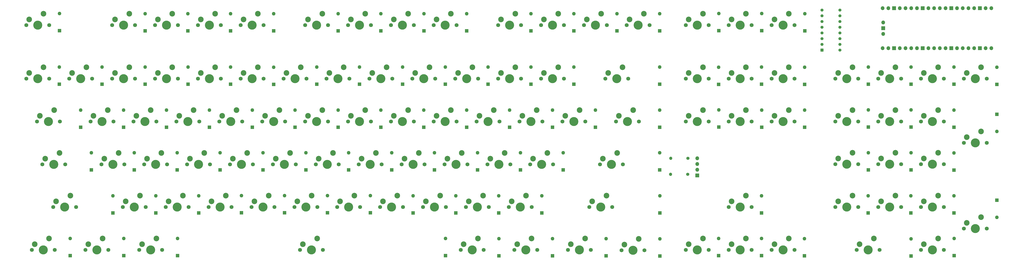
<source format=gbr>
%TF.GenerationSoftware,KiCad,Pcbnew,8.0.5*%
%TF.CreationDate,2025-05-24T13:04:27-04:00*%
%TF.ProjectId,Keyboard-Saturn,4b657962-6f61-4726-942d-53617475726e,rev?*%
%TF.SameCoordinates,Original*%
%TF.FileFunction,Soldermask,Bot*%
%TF.FilePolarity,Negative*%
%FSLAX46Y46*%
G04 Gerber Fmt 4.6, Leading zero omitted, Abs format (unit mm)*
G04 Created by KiCad (PCBNEW 8.0.5) date 2025-05-24 13:04:27*
%MOMM*%
%LPD*%
G01*
G04 APERTURE LIST*
G04 Aperture macros list*
%AMRoundRect*
0 Rectangle with rounded corners*
0 $1 Rounding radius*
0 $2 $3 $4 $5 $6 $7 $8 $9 X,Y pos of 4 corners*
0 Add a 4 corners polygon primitive as box body*
4,1,4,$2,$3,$4,$5,$6,$7,$8,$9,$2,$3,0*
0 Add four circle primitives for the rounded corners*
1,1,$1+$1,$2,$3*
1,1,$1+$1,$4,$5*
1,1,$1+$1,$6,$7*
1,1,$1+$1,$8,$9*
0 Add four rect primitives between the rounded corners*
20,1,$1+$1,$2,$3,$4,$5,0*
20,1,$1+$1,$4,$5,$6,$7,0*
20,1,$1+$1,$6,$7,$8,$9,0*
20,1,$1+$1,$8,$9,$2,$3,0*%
G04 Aperture macros list end*
%ADD10R,1.600000X1.600000*%
%ADD11O,1.600000X1.600000*%
%ADD12C,1.750000*%
%ADD13C,4.000000*%
%ADD14C,2.500000*%
%ADD15R,1.700000X1.700000*%
%ADD16O,1.700000X1.700000*%
%ADD17C,1.400000*%
%ADD18O,1.400000X1.400000*%
%ADD19RoundRect,0.102000X-0.565000X-0.565000X0.565000X-0.565000X0.565000X0.565000X-0.565000X0.565000X0*%
%ADD20C,1.334000*%
G04 APERTURE END LIST*
D10*
%TO.C,D3*%
X97500000Y-59660000D03*
D11*
X97500000Y-52040000D03*
%TD*%
D12*
%TO.C,SW14*%
X25800000Y-80920000D03*
D13*
X30880000Y-80920000D03*
D12*
X35960000Y-80920000D03*
D14*
X27070000Y-78380000D03*
X33420000Y-75840000D03*
%TD*%
D10*
%TO.C,D30*%
X88000000Y-102500000D03*
D11*
X88000000Y-94880000D03*
%TD*%
D10*
%TO.C,D37*%
X221300000Y-102500000D03*
D11*
X221300000Y-94880000D03*
%TD*%
D12*
%TO.C,SW32*%
X111480000Y-99960000D03*
D13*
X116560000Y-99960000D03*
D12*
X121640000Y-99960000D03*
D14*
X112750000Y-97420000D03*
X119100000Y-94880000D03*
%TD*%
D12*
%TO.C,SW0*%
X337640000Y-99955000D03*
D13*
X342720000Y-99955000D03*
D12*
X347800000Y-99955000D03*
D14*
X338910000Y-97415000D03*
X345260000Y-94875000D03*
%TD*%
D10*
%TO.C,D1*%
X40500000Y-59620000D03*
D11*
X40500000Y-52000000D03*
%TD*%
D10*
%TO.C,D5*%
X135600000Y-59660000D03*
D11*
X135600000Y-52040000D03*
%TD*%
D10*
%TO.C,D76*%
X333150000Y-83470000D03*
D11*
X333150000Y-75850000D03*
%TD*%
D10*
%TO.C,D7*%
X183200000Y-59660000D03*
D11*
X183200000Y-52040000D03*
%TD*%
D10*
%TO.C,D50*%
X207000000Y-121500000D03*
D11*
X207000000Y-113880000D03*
%TD*%
D10*
%TO.C,D83*%
X371325000Y-102525000D03*
D11*
X371325000Y-94905000D03*
%TD*%
D12*
%TO.C,SW74*%
X290040000Y-157190000D03*
D13*
X295120000Y-157190000D03*
D12*
X300200000Y-157190000D03*
D14*
X291310000Y-154650000D03*
X297660000Y-152110000D03*
%TD*%
D12*
%TO.C,SW63*%
X201920000Y-138040000D03*
D13*
X207000000Y-138040000D03*
D12*
X212080000Y-138040000D03*
D14*
X203190000Y-135500000D03*
X209540000Y-132960000D03*
%TD*%
D10*
%TO.C,D98*%
X437625000Y-121550000D03*
D11*
X437625000Y-113930000D03*
%TD*%
D10*
%TO.C,D60*%
X159450000Y-140550000D03*
D11*
X159450000Y-132930000D03*
%TD*%
D10*
%TO.C,D104*%
X437600000Y-140600000D03*
D11*
X437600000Y-132980000D03*
%TD*%
D12*
%TO.C,SW46*%
X116240000Y-119000000D03*
D13*
X121320000Y-119000000D03*
D12*
X126400000Y-119000000D03*
D14*
X117510000Y-116460000D03*
X123860000Y-113920000D03*
%TD*%
D10*
%TO.C,D63*%
X216500000Y-140600000D03*
D11*
X216500000Y-132980000D03*
%TD*%
D12*
%TO.C,SW43*%
X59120000Y-119000000D03*
D13*
X64200000Y-119000000D03*
D12*
X69280000Y-119000000D03*
D14*
X60390000Y-116460000D03*
X66740000Y-113920000D03*
%TD*%
D10*
%TO.C,D25*%
X249800000Y-83400000D03*
D11*
X249800000Y-75780000D03*
%TD*%
D10*
%TO.C,D86*%
X352200000Y-140600000D03*
D11*
X352200000Y-132980000D03*
%TD*%
D12*
%TO.C,SW7*%
X168600000Y-57120000D03*
D13*
X173680000Y-57120000D03*
D12*
X178760000Y-57120000D03*
D14*
X169870000Y-54580000D03*
X176220000Y-52040000D03*
%TD*%
D10*
%TO.C,D28*%
X49900000Y-102500000D03*
D11*
X49900000Y-94880000D03*
%TD*%
D10*
%TO.C,D33*%
X145100000Y-102500000D03*
D11*
X145100000Y-94880000D03*
%TD*%
D12*
%TO.C,SW82*%
X356680000Y-80915000D03*
D13*
X361760000Y-80915000D03*
D12*
X366840000Y-80915000D03*
D14*
X357950000Y-78375000D03*
X364300000Y-75835000D03*
%TD*%
D10*
%TO.C,D4*%
X116500000Y-59660000D03*
D11*
X116500000Y-52040000D03*
%TD*%
D12*
%TO.C,SW64*%
X220960000Y-138040000D03*
D13*
X226040000Y-138040000D03*
D12*
X231120000Y-138040000D03*
D14*
X222230000Y-135500000D03*
X228580000Y-132960000D03*
%TD*%
D12*
%TO.C,SW78*%
X337640000Y-57115000D03*
D13*
X342720000Y-57115000D03*
D12*
X347800000Y-57115000D03*
D14*
X338910000Y-54575000D03*
X345260000Y-52035000D03*
%TD*%
D12*
%TO.C,SW84*%
X384920000Y-80915000D03*
D13*
X390000000Y-80915000D03*
D12*
X395080000Y-80915000D03*
D14*
X386190000Y-78375000D03*
X392540000Y-75835000D03*
%TD*%
D12*
%TO.C,SW97*%
X423000000Y-99955000D03*
D13*
X428080000Y-99955000D03*
D12*
X433160000Y-99955000D03*
D14*
X424270000Y-97415000D03*
X430620000Y-94875000D03*
%TD*%
D10*
%TO.C,D78*%
X352250000Y-59645000D03*
D11*
X352250000Y-52025000D03*
%TD*%
D12*
%TO.C,SW8*%
X187640000Y-57120000D03*
D13*
X192720000Y-57120000D03*
D12*
X197800000Y-57120000D03*
D14*
X188910000Y-54580000D03*
X195260000Y-52040000D03*
%TD*%
D10*
%TO.C,D90*%
X399575000Y-121525000D03*
D11*
X399575000Y-113905000D03*
%TD*%
D12*
%TO.C,SW59*%
X125760000Y-138040000D03*
D13*
X130840000Y-138040000D03*
D12*
X135920000Y-138040000D03*
D14*
X127030000Y-135500000D03*
X133380000Y-132960000D03*
%TD*%
D10*
%TO.C,D34*%
X164200000Y-102500000D03*
D11*
X164200000Y-94880000D03*
%TD*%
D12*
%TO.C,SW56*%
X68640000Y-138040000D03*
D13*
X73720000Y-138040000D03*
D12*
X78800000Y-138040000D03*
D14*
X69910000Y-135500000D03*
X76260000Y-132960000D03*
%TD*%
D10*
%TO.C,D44*%
X92800000Y-121510000D03*
D11*
X92800000Y-113890000D03*
%TD*%
D10*
%TO.C,D67*%
X45300000Y-159635000D03*
D11*
X45300000Y-152015000D03*
%TD*%
D10*
%TO.C,D71*%
X235625000Y-159650000D03*
D11*
X235625000Y-152030000D03*
%TD*%
D10*
%TO.C,D85*%
X333175000Y-159600000D03*
D11*
X333175000Y-151980000D03*
%TD*%
D12*
%TO.C,SW93*%
X403960000Y-99955000D03*
D13*
X409040000Y-99955000D03*
D12*
X414120000Y-99955000D03*
D14*
X405230000Y-97415000D03*
X411580000Y-94875000D03*
%TD*%
D12*
%TO.C,SW52*%
X230480000Y-119000000D03*
D13*
X235560000Y-119000000D03*
D12*
X240640000Y-119000000D03*
D14*
X231750000Y-116460000D03*
X238100000Y-113920000D03*
%TD*%
D10*
%TO.C,D19*%
X135600000Y-83500000D03*
D11*
X135600000Y-75880000D03*
%TD*%
D10*
%TO.C,D9*%
X221300000Y-59660000D03*
D11*
X221300000Y-52040000D03*
%TD*%
D10*
%TO.C,D70*%
X211875000Y-159600000D03*
D11*
X211875000Y-151980000D03*
%TD*%
D12*
%TO.C,SW75*%
X318600000Y-57115000D03*
D13*
X323680000Y-57115000D03*
D12*
X328760000Y-57115000D03*
D14*
X319870000Y-54575000D03*
X326220000Y-52035000D03*
%TD*%
D12*
%TO.C,SW12*%
X273320000Y-57120000D03*
D13*
X278400000Y-57120000D03*
D12*
X283480000Y-57120000D03*
D14*
X274590000Y-54580000D03*
X280940000Y-52040000D03*
%TD*%
D10*
%TO.C,D53*%
X264100000Y-121500000D03*
D11*
X264100000Y-113880000D03*
%TD*%
D10*
%TO.C,D18*%
X116500000Y-83400000D03*
D11*
X116500000Y-75780000D03*
%TD*%
D15*
%TO.C,J1*%
X323680000Y-123975000D03*
D16*
X323680000Y-121435000D03*
X323680000Y-118895000D03*
X323680000Y-116355000D03*
%TD*%
D12*
%TO.C,SW10*%
X235240000Y-57120000D03*
D13*
X240320000Y-57120000D03*
D12*
X245400000Y-57120000D03*
D14*
X236510000Y-54580000D03*
X242860000Y-52040000D03*
%TD*%
D12*
%TO.C,SW37*%
X206680000Y-99960000D03*
D13*
X211760000Y-99960000D03*
D12*
X216840000Y-99960000D03*
D14*
X207950000Y-97420000D03*
X214300000Y-94880000D03*
%TD*%
D10*
%TO.C,D47*%
X149900000Y-121500000D03*
D11*
X149900000Y-113880000D03*
%TD*%
D12*
%TO.C,SW36*%
X187640000Y-99960000D03*
D13*
X192720000Y-99960000D03*
D12*
X197800000Y-99960000D03*
D14*
X188910000Y-97420000D03*
X195260000Y-94880000D03*
%TD*%
D12*
%TO.C,SW30*%
X73400000Y-99960000D03*
D13*
X78480000Y-99960000D03*
D12*
X83560000Y-99960000D03*
D14*
X74670000Y-97420000D03*
X81020000Y-94880000D03*
%TD*%
D12*
%TO.C,SW51*%
X211440000Y-119000000D03*
D13*
X216520000Y-119000000D03*
D12*
X221600000Y-119000000D03*
D14*
X212710000Y-116460000D03*
X219060000Y-113920000D03*
%TD*%
D10*
%TO.C,D52*%
X245200000Y-121500000D03*
D11*
X245200000Y-113880000D03*
%TD*%
D10*
%TO.C,D8*%
X202300000Y-59660000D03*
D11*
X202300000Y-52040000D03*
%TD*%
D12*
%TO.C,SW83*%
X356680000Y-99955000D03*
D13*
X361760000Y-99955000D03*
D12*
X366840000Y-99955000D03*
D14*
X357950000Y-97415000D03*
X364300000Y-94875000D03*
%TD*%
D12*
%TO.C,SW15*%
X44840000Y-80920000D03*
D13*
X49920000Y-80920000D03*
D12*
X55000000Y-80920000D03*
D14*
X46110000Y-78380000D03*
X52460000Y-75840000D03*
%TD*%
D12*
%TO.C,SW76*%
X318600000Y-80915000D03*
D13*
X323680000Y-80915000D03*
D12*
X328760000Y-80915000D03*
D14*
X319870000Y-78375000D03*
X326220000Y-75835000D03*
%TD*%
D10*
%TO.C,D2*%
X78500000Y-59670000D03*
D11*
X78500000Y-52050000D03*
%TD*%
D12*
%TO.C,SW35*%
X168600000Y-99960000D03*
D13*
X173680000Y-99960000D03*
D12*
X178760000Y-99960000D03*
D14*
X169870000Y-97420000D03*
X176220000Y-94880000D03*
%TD*%
D10*
%TO.C,D72*%
X259400000Y-159650000D03*
D11*
X259400000Y-152030000D03*
%TD*%
D12*
%TO.C,SW100*%
X442040000Y-80915000D03*
D13*
X447120000Y-80915000D03*
D12*
X452200000Y-80915000D03*
D14*
X443310000Y-78375000D03*
X449660000Y-75835000D03*
%TD*%
D10*
%TO.C,D73*%
X283200000Y-159650000D03*
D11*
X283200000Y-152030000D03*
%TD*%
D12*
%TO.C,SW1*%
X25800000Y-57120000D03*
D13*
X30880000Y-57120000D03*
D12*
X35960000Y-57120000D03*
D14*
X27070000Y-54580000D03*
X33420000Y-52040000D03*
%TD*%
D10*
%TO.C,D24*%
X230800000Y-83400000D03*
D11*
X230800000Y-75780000D03*
%TD*%
D10*
%TO.C,D13*%
X307000000Y-59660000D03*
D11*
X307000000Y-52040000D03*
%TD*%
D12*
%TO.C,SW42*%
X32940000Y-119005000D03*
D13*
X38020000Y-119005000D03*
D12*
X43100000Y-119005000D03*
D14*
X34210000Y-116465000D03*
X40560000Y-113925000D03*
%TD*%
D12*
%TO.C,SW72*%
X242440000Y-157080000D03*
D13*
X247520000Y-157080000D03*
D12*
X252600000Y-157080000D03*
D14*
X243710000Y-154540000D03*
X250060000Y-152000000D03*
%TD*%
D12*
%TO.C,SW81*%
X356680000Y-57115000D03*
D13*
X361760000Y-57115000D03*
D12*
X366840000Y-57115000D03*
D14*
X357950000Y-54575000D03*
X364300000Y-52035000D03*
%TD*%
D12*
%TO.C,SW34*%
X149560000Y-99960000D03*
D13*
X154640000Y-99960000D03*
D12*
X159720000Y-99960000D03*
D14*
X150830000Y-97420000D03*
X157180000Y-94880000D03*
%TD*%
D17*
%TO.C,R4*%
X319500000Y-116350000D03*
D18*
X311880000Y-116350000D03*
%TD*%
D12*
%TO.C,SW17*%
X82920000Y-80920000D03*
D13*
X88000000Y-80920000D03*
D12*
X93080000Y-80920000D03*
D14*
X84190000Y-78380000D03*
X90540000Y-75840000D03*
%TD*%
D12*
%TO.C,SW95*%
X442040000Y-147555000D03*
D13*
X447120000Y-147555000D03*
D12*
X452200000Y-147555000D03*
D14*
X443310000Y-145015000D03*
X449660000Y-142475000D03*
%TD*%
D10*
%TO.C,D14*%
X40400000Y-83410000D03*
D11*
X40400000Y-75790000D03*
%TD*%
D10*
%TO.C,D31*%
X107100000Y-102500000D03*
D11*
X107100000Y-94880000D03*
%TD*%
D12*
%TO.C,SW65*%
X240000000Y-138040000D03*
D13*
X245080000Y-138040000D03*
D12*
X250160000Y-138040000D03*
D14*
X241270000Y-135500000D03*
X247620000Y-132960000D03*
%TD*%
D12*
%TO.C,SW53*%
X249520000Y-119000000D03*
D13*
X254600000Y-119000000D03*
D12*
X259680000Y-119000000D03*
D14*
X250790000Y-116460000D03*
X257140000Y-113920000D03*
%TD*%
D12*
%TO.C,SW28*%
X30560000Y-99960000D03*
D13*
X35640000Y-99960000D03*
D12*
X40720000Y-99960000D03*
D14*
X31830000Y-97420000D03*
X38180000Y-94880000D03*
%TD*%
D12*
%TO.C,SW44*%
X78160000Y-119000000D03*
D13*
X83240000Y-119000000D03*
D12*
X88320000Y-119000000D03*
D14*
X79430000Y-116460000D03*
X85780000Y-113920000D03*
%TD*%
D10*
%TO.C,D84*%
X399575000Y-83425000D03*
D11*
X399575000Y-75805000D03*
%TD*%
D12*
%TO.C,SW67*%
X28240000Y-157080000D03*
D13*
X33320000Y-157080000D03*
D12*
X38400000Y-157080000D03*
D14*
X29510000Y-154540000D03*
X35860000Y-152000000D03*
%TD*%
D10*
%TO.C,D102*%
X456650000Y-96775000D03*
D11*
X456650000Y-104395000D03*
%TD*%
D10*
%TO.C,D93*%
X418550000Y-102475000D03*
D11*
X418550000Y-94855000D03*
%TD*%
D12*
%TO.C,SW68*%
X52040000Y-157080000D03*
D13*
X57120000Y-157080000D03*
D12*
X62200000Y-157080000D03*
D14*
X53310000Y-154540000D03*
X59660000Y-152000000D03*
%TD*%
D10*
%TO.C,D35*%
X183200000Y-102500000D03*
D11*
X183200000Y-94880000D03*
%TD*%
D12*
%TO.C,SW25*%
X235240000Y-80920000D03*
D13*
X240320000Y-80920000D03*
D12*
X245400000Y-80920000D03*
D14*
X236510000Y-78380000D03*
X242860000Y-75840000D03*
%TD*%
D10*
%TO.C,D40*%
X278400000Y-102500000D03*
D11*
X278400000Y-94880000D03*
%TD*%
D10*
%TO.C,D103*%
X418500000Y-140625000D03*
D11*
X418500000Y-133005000D03*
%TD*%
D10*
%TO.C,D95*%
X456700000Y-134925000D03*
D11*
X456700000Y-142545000D03*
%TD*%
D12*
%TO.C,SW62*%
X182880000Y-138040000D03*
D13*
X187960000Y-138040000D03*
D12*
X193040000Y-138040000D03*
D14*
X184150000Y-135500000D03*
X190500000Y-132960000D03*
%TD*%
D17*
%TO.C,R3*%
X319400000Y-123425000D03*
D18*
X311780000Y-123425000D03*
%TD*%
D12*
%TO.C,SW38*%
X225720000Y-99960000D03*
D13*
X230800000Y-99960000D03*
D12*
X235880000Y-99960000D03*
D14*
X226990000Y-97420000D03*
X233340000Y-94880000D03*
%TD*%
D10*
%TO.C,D42*%
X54700000Y-121510000D03*
D11*
X54700000Y-113890000D03*
%TD*%
D12*
%TO.C,SW58*%
X106720000Y-138040000D03*
D13*
X111800000Y-138040000D03*
D12*
X116880000Y-138040000D03*
D14*
X107990000Y-135500000D03*
X114340000Y-132960000D03*
%TD*%
D12*
%TO.C,SW13*%
X292360000Y-57120000D03*
D13*
X297440000Y-57120000D03*
D12*
X302520000Y-57120000D03*
D14*
X293630000Y-54580000D03*
X299980000Y-52040000D03*
%TD*%
D10*
%TO.C,D68*%
X69100000Y-159635000D03*
D11*
X69100000Y-152015000D03*
%TD*%
D10*
%TO.C,D48*%
X168900000Y-121500000D03*
D11*
X168900000Y-113880000D03*
%TD*%
D12*
%TO.C,SW23*%
X197160000Y-80920000D03*
D13*
X202240000Y-80920000D03*
D12*
X207320000Y-80920000D03*
D14*
X198430000Y-78380000D03*
X204780000Y-75840000D03*
%TD*%
D12*
%TO.C,SW22*%
X178120000Y-80920000D03*
D13*
X183200000Y-80920000D03*
D12*
X188280000Y-80920000D03*
D14*
X179390000Y-78380000D03*
X185740000Y-75840000D03*
%TD*%
D12*
%TO.C,SW88*%
X384920000Y-99955000D03*
D13*
X390000000Y-99955000D03*
D12*
X395080000Y-99955000D03*
D14*
X386190000Y-97415000D03*
X392540000Y-94875000D03*
%TD*%
D12*
%TO.C,SW20*%
X140040000Y-80920000D03*
D13*
X145120000Y-80920000D03*
D12*
X150200000Y-80920000D03*
D14*
X141310000Y-78380000D03*
X147660000Y-75840000D03*
%TD*%
D12*
%TO.C,SW18*%
X101960000Y-80920000D03*
D13*
X107040000Y-80920000D03*
D12*
X112120000Y-80920000D03*
D14*
X103230000Y-78380000D03*
X109580000Y-75840000D03*
%TD*%
D12*
%TO.C,SW33*%
X130520000Y-99960000D03*
D13*
X135600000Y-99960000D03*
D12*
X140680000Y-99960000D03*
D14*
X131790000Y-97420000D03*
X138140000Y-94880000D03*
%TD*%
D12*
%TO.C,SW6*%
X149560000Y-57120000D03*
D13*
X154640000Y-57120000D03*
D12*
X159720000Y-57120000D03*
D14*
X150830000Y-54580000D03*
X157180000Y-52040000D03*
%TD*%
D10*
%TO.C,D54*%
X307000000Y-121500000D03*
D11*
X307000000Y-113880000D03*
%TD*%
D12*
%TO.C,SW91*%
X394440000Y-157075000D03*
D13*
X399520000Y-157075000D03*
D12*
X404600000Y-157075000D03*
D14*
X395710000Y-154535000D03*
X402060000Y-151995000D03*
%TD*%
D12*
%TO.C,SW85*%
X318600000Y-157075000D03*
D13*
X323680000Y-157075000D03*
D12*
X328760000Y-157075000D03*
D14*
X319870000Y-154535000D03*
X326220000Y-151995000D03*
%TD*%
D10*
%TO.C,D21*%
X173700000Y-83400000D03*
D11*
X173700000Y-75780000D03*
%TD*%
D10*
%TO.C,D58*%
X121300000Y-140550000D03*
D11*
X121300000Y-132930000D03*
%TD*%
D10*
%TO.C,D101*%
X399525000Y-140600000D03*
D11*
X399525000Y-132980000D03*
%TD*%
D12*
%TO.C,SW24*%
X216200000Y-80920000D03*
D13*
X221280000Y-80920000D03*
D12*
X226360000Y-80920000D03*
D14*
X217470000Y-78380000D03*
X223820000Y-75840000D03*
%TD*%
D10*
%TO.C,D10*%
X249800000Y-59660000D03*
D11*
X249800000Y-52040000D03*
%TD*%
D10*
%TO.C,D36*%
X202200000Y-102500000D03*
D11*
X202200000Y-94880000D03*
%TD*%
D10*
%TO.C,D6*%
X164200000Y-59660000D03*
D11*
X164200000Y-52040000D03*
%TD*%
D10*
%TO.C,D32*%
X126100000Y-102500000D03*
D11*
X126100000Y-94880000D03*
%TD*%
D12*
%TO.C,SW40*%
X263800000Y-99960000D03*
D13*
X268880000Y-99960000D03*
D12*
X273960000Y-99960000D03*
D14*
X265070000Y-97420000D03*
X271420000Y-94880000D03*
%TD*%
D12*
%TO.C,SW31*%
X92440000Y-99960000D03*
D13*
X97520000Y-99960000D03*
D12*
X102600000Y-99960000D03*
D14*
X93710000Y-97420000D03*
X100060000Y-94880000D03*
%TD*%
D10*
%TO.C,D97*%
X437575000Y-102525000D03*
D11*
X437575000Y-94905000D03*
%TD*%
D12*
%TO.C,SW39*%
X244760000Y-99960000D03*
D13*
X249840000Y-99960000D03*
D12*
X254920000Y-99960000D03*
D14*
X246030000Y-97420000D03*
X252380000Y-94880000D03*
%TD*%
D10*
%TO.C,D100*%
X456625000Y-83460000D03*
D11*
X456625000Y-75840000D03*
%TD*%
D12*
%TO.C,SW92*%
X403960000Y-80915000D03*
D13*
X409040000Y-80915000D03*
D12*
X414120000Y-80915000D03*
D14*
X405230000Y-78375000D03*
X411580000Y-75835000D03*
%TD*%
D10*
%TO.C,D29*%
X69000000Y-102500000D03*
D11*
X69000000Y-94880000D03*
%TD*%
D10*
%TO.C,D22*%
X192800000Y-83410000D03*
D11*
X192800000Y-75790000D03*
%TD*%
D12*
%TO.C,SW103*%
X403960000Y-138035000D03*
D13*
X409040000Y-138035000D03*
D12*
X414120000Y-138035000D03*
D14*
X405230000Y-135495000D03*
X411580000Y-132955000D03*
%TD*%
D12*
%TO.C,SW9*%
X206680000Y-57120000D03*
D13*
X211760000Y-57120000D03*
D12*
X216840000Y-57120000D03*
D14*
X207950000Y-54580000D03*
X214300000Y-52040000D03*
%TD*%
D12*
%TO.C,SW73*%
X266255000Y-157090000D03*
D13*
X271335000Y-157090000D03*
D12*
X276415000Y-157090000D03*
D14*
X267525000Y-154550000D03*
X273875000Y-152010000D03*
%TD*%
D10*
%TO.C,D12*%
X288000000Y-59660000D03*
D11*
X288000000Y-52040000D03*
%TD*%
D10*
%TO.C,D27*%
X306950000Y-83435000D03*
D11*
X306950000Y-75815000D03*
%TD*%
D10*
%TO.C,D38*%
X240300000Y-102500000D03*
D11*
X240300000Y-94880000D03*
%TD*%
D10*
%TO.C,D89*%
X371225000Y-159650000D03*
D11*
X371225000Y-152030000D03*
%TD*%
D10*
%TO.C,D57*%
X102350000Y-140600000D03*
D11*
X102350000Y-132980000D03*
%TD*%
D12*
%TO.C,SW87*%
X337640000Y-157075000D03*
D13*
X342720000Y-157075000D03*
D12*
X347800000Y-157075000D03*
D14*
X338910000Y-154535000D03*
X345260000Y-151995000D03*
%TD*%
D10*
%TO.C,D79*%
X352200000Y-83420000D03*
D11*
X352200000Y-75800000D03*
%TD*%
D12*
%TO.C,SW86*%
X337640000Y-138035000D03*
D13*
X342720000Y-138035000D03*
D12*
X347800000Y-138035000D03*
D14*
X338910000Y-135495000D03*
X345260000Y-132955000D03*
%TD*%
D10*
%TO.C,D81*%
X371375000Y-59665000D03*
D11*
X371375000Y-52045000D03*
%TD*%
D10*
%TO.C,D45*%
X111800000Y-121510000D03*
D11*
X111800000Y-113890000D03*
%TD*%
D12*
%TO.C,SW26*%
X254280000Y-80920000D03*
D13*
X259360000Y-80920000D03*
D12*
X264440000Y-80920000D03*
D14*
X255550000Y-78380000D03*
X261900000Y-75840000D03*
%TD*%
D12*
%TO.C,SW61*%
X163840000Y-138040000D03*
D13*
X168920000Y-138040000D03*
D12*
X174000000Y-138040000D03*
D14*
X165110000Y-135500000D03*
X171460000Y-132960000D03*
%TD*%
D10*
%TO.C,D43*%
X73700000Y-121510000D03*
D11*
X73700000Y-113890000D03*
%TD*%
D10*
%TO.C,D46*%
X130900000Y-121510000D03*
D11*
X130900000Y-113890000D03*
%TD*%
D12*
%TO.C,SW96*%
X423000000Y-80915000D03*
D13*
X428080000Y-80915000D03*
D12*
X433160000Y-80915000D03*
D14*
X424270000Y-78375000D03*
X430620000Y-75835000D03*
%TD*%
D12*
%TO.C,SW47*%
X135280000Y-119000000D03*
D13*
X140360000Y-119000000D03*
D12*
X145440000Y-119000000D03*
D14*
X136550000Y-116460000D03*
X142900000Y-113920000D03*
%TD*%
D12*
%TO.C,SW21*%
X159080000Y-80920000D03*
D13*
X164160000Y-80920000D03*
D12*
X169240000Y-80920000D03*
D14*
X160350000Y-78380000D03*
X166700000Y-75840000D03*
%TD*%
D10*
%TO.C,D17*%
X97600000Y-83400000D03*
D11*
X97600000Y-75780000D03*
%TD*%
D12*
%TO.C,SW102*%
X442040000Y-109475000D03*
D13*
X447120000Y-109475000D03*
D12*
X452200000Y-109475000D03*
D14*
X443310000Y-106935000D03*
X449660000Y-104395000D03*
%TD*%
D12*
%TO.C,SW99*%
X423000000Y-157075000D03*
D13*
X428080000Y-157075000D03*
D12*
X433160000Y-157075000D03*
D14*
X424270000Y-154535000D03*
X430620000Y-151995000D03*
%TD*%
D10*
%TO.C,D88*%
X399575000Y-102475000D03*
D11*
X399575000Y-94855000D03*
%TD*%
D12*
%TO.C,SW11*%
X254280000Y-57120000D03*
D13*
X259360000Y-57120000D03*
D12*
X264440000Y-57120000D03*
D14*
X255550000Y-54580000D03*
X261900000Y-52040000D03*
%TD*%
D10*
%TO.C,D75*%
X333250000Y-59615000D03*
D11*
X333250000Y-51995000D03*
%TD*%
D12*
%TO.C,SW48*%
X154320000Y-119000000D03*
D13*
X159400000Y-119000000D03*
D12*
X164480000Y-119000000D03*
D14*
X155590000Y-116460000D03*
X161940000Y-113920000D03*
%TD*%
D10*
%TO.C,D15*%
X59400000Y-83400000D03*
D11*
X59400000Y-75780000D03*
%TD*%
D12*
%TO.C,SW71*%
X218640000Y-157080000D03*
D13*
X223720000Y-157080000D03*
D12*
X228800000Y-157080000D03*
D14*
X219910000Y-154540000D03*
X226260000Y-152000000D03*
%TD*%
D12*
%TO.C,SW27*%
X282840000Y-80920000D03*
D13*
X287920000Y-80920000D03*
D12*
X293000000Y-80920000D03*
D14*
X284110000Y-78380000D03*
X290460000Y-75840000D03*
%TD*%
D10*
%TO.C,D59*%
X140400000Y-140550000D03*
D11*
X140400000Y-132930000D03*
%TD*%
D12*
%TO.C,SW16*%
X63880000Y-80920000D03*
D13*
X68960000Y-80920000D03*
D12*
X74040000Y-80920000D03*
D14*
X65150000Y-78380000D03*
X71500000Y-75840000D03*
%TD*%
D10*
%TO.C,D20*%
X154700000Y-83410000D03*
D11*
X154700000Y-75790000D03*
%TD*%
D10*
%TO.C,D26*%
X268900000Y-83400000D03*
D11*
X268900000Y-75780000D03*
%TD*%
D12*
%TO.C,SW2*%
X63880000Y-57120000D03*
D13*
X68960000Y-57120000D03*
D12*
X74040000Y-57120000D03*
D14*
X65150000Y-54580000D03*
X71500000Y-52040000D03*
%TD*%
D10*
%TO.C,D77*%
X333200000Y-102470000D03*
D11*
X333200000Y-94850000D03*
%TD*%
D12*
%TO.C,SW57*%
X87680000Y-138040000D03*
D13*
X92760000Y-138040000D03*
D12*
X97840000Y-138040000D03*
D14*
X88950000Y-135500000D03*
X95300000Y-132960000D03*
%TD*%
D10*
%TO.C,D49*%
X188000000Y-121500000D03*
D11*
X188000000Y-113880000D03*
%TD*%
D12*
%TO.C,SW45*%
X97200000Y-119000000D03*
D13*
X102280000Y-119000000D03*
D12*
X107360000Y-119000000D03*
D14*
X98470000Y-116460000D03*
X104820000Y-113920000D03*
%TD*%
D10*
%TO.C,D80*%
X352275000Y-102525000D03*
D11*
X352275000Y-94905000D03*
%TD*%
D12*
%TO.C,SW60*%
X144800000Y-138040000D03*
D13*
X149880000Y-138040000D03*
D12*
X154960000Y-138040000D03*
D14*
X146070000Y-135500000D03*
X152420000Y-132960000D03*
%TD*%
D10*
%TO.C,D91*%
X418600000Y-159725000D03*
D11*
X418600000Y-152105000D03*
%TD*%
D10*
%TO.C,D61*%
X178500000Y-140550000D03*
D11*
X178500000Y-132930000D03*
%TD*%
D10*
%TO.C,D99*%
X437675000Y-159625000D03*
D11*
X437675000Y-152005000D03*
%TD*%
D12*
%TO.C,SW90*%
X384920000Y-118995000D03*
D13*
X390000000Y-118995000D03*
D12*
X395080000Y-118995000D03*
D14*
X386190000Y-116455000D03*
X392540000Y-113915000D03*
%TD*%
D12*
%TO.C,SW50*%
X192400000Y-119000000D03*
D13*
X197480000Y-119000000D03*
D12*
X202560000Y-119000000D03*
D14*
X193670000Y-116460000D03*
X200020000Y-113920000D03*
%TD*%
D10*
%TO.C,D66*%
X307050000Y-140600000D03*
D11*
X307050000Y-132980000D03*
%TD*%
D12*
%TO.C,SW55*%
X37690000Y-138040000D03*
D13*
X42770000Y-138040000D03*
D12*
X47850000Y-138040000D03*
D14*
X38960000Y-135500000D03*
X45310000Y-132960000D03*
%TD*%
D10*
%TO.C,D69*%
X92900000Y-159575000D03*
D11*
X92900000Y-151955000D03*
%TD*%
D12*
%TO.C,SW89*%
X356680000Y-157075000D03*
D13*
X361760000Y-157075000D03*
D12*
X366840000Y-157075000D03*
D14*
X357950000Y-154535000D03*
X364300000Y-151995000D03*
%TD*%
D12*
%TO.C,SW101*%
X384920000Y-138035000D03*
D13*
X390000000Y-138035000D03*
D12*
X395080000Y-138035000D03*
D14*
X386190000Y-135495000D03*
X392540000Y-132955000D03*
%TD*%
D10*
%TO.C,D65*%
X254650000Y-140600000D03*
D11*
X254650000Y-132980000D03*
%TD*%
D12*
%TO.C,SW77*%
X318600000Y-99955000D03*
D13*
X323680000Y-99955000D03*
D12*
X328760000Y-99955000D03*
D14*
X319870000Y-97415000D03*
X326220000Y-94875000D03*
%TD*%
D12*
%TO.C,SW70*%
X147325000Y-157075000D03*
D13*
X152405000Y-157075000D03*
D12*
X157485000Y-157075000D03*
D14*
X148595000Y-154535000D03*
X154945000Y-151995000D03*
%TD*%
D12*
%TO.C,F2*%
X82920000Y-57120000D03*
D13*
X88000000Y-57120000D03*
D12*
X93080000Y-57120000D03*
D14*
X84190000Y-54580000D03*
X90540000Y-52040000D03*
%TD*%
D12*
%TO.C,SW4*%
X101960000Y-57120000D03*
D13*
X107040000Y-57120000D03*
D12*
X112120000Y-57120000D03*
D14*
X103230000Y-54580000D03*
X109580000Y-52040000D03*
%TD*%
D12*
%TO.C,SW41*%
X287600000Y-99960000D03*
D13*
X292680000Y-99960000D03*
D12*
X297760000Y-99960000D03*
D14*
X288870000Y-97420000D03*
X295220000Y-94880000D03*
%TD*%
D12*
%TO.C,SW79*%
X337640000Y-80915000D03*
D13*
X342720000Y-80915000D03*
D12*
X347800000Y-80915000D03*
D14*
X338910000Y-78375000D03*
X345260000Y-75835000D03*
%TD*%
D10*
%TO.C,D64*%
X235550000Y-140600000D03*
D11*
X235550000Y-132980000D03*
%TD*%
D10*
%TO.C,D23*%
X211800000Y-83410000D03*
D11*
X211800000Y-75790000D03*
%TD*%
D10*
%TO.C,D56*%
X83250000Y-140600000D03*
D11*
X83250000Y-132980000D03*
%TD*%
D10*
%TO.C,D51*%
X226100000Y-121500000D03*
D11*
X226100000Y-113880000D03*
%TD*%
D12*
%TO.C,SW94*%
X403960000Y-118995000D03*
D13*
X409040000Y-118995000D03*
D12*
X414120000Y-118995000D03*
D14*
X405230000Y-116455000D03*
X411580000Y-113915000D03*
%TD*%
D10*
%TO.C,D92*%
X418600000Y-83425000D03*
D11*
X418600000Y-75805000D03*
%TD*%
D10*
%TO.C,D82*%
X371350000Y-83470000D03*
D11*
X371350000Y-75850000D03*
%TD*%
D12*
%TO.C,SW54*%
X280480000Y-119000000D03*
D13*
X285560000Y-119000000D03*
D12*
X290640000Y-119000000D03*
D14*
X281750000Y-116460000D03*
X288100000Y-113920000D03*
%TD*%
D10*
%TO.C,D96*%
X437625000Y-83425000D03*
D11*
X437625000Y-75805000D03*
%TD*%
D16*
%TO.C,U1*%
X454240000Y-49615000D03*
X451700000Y-49615000D03*
D15*
X449160000Y-49615000D03*
D16*
X446620000Y-49615000D03*
X444080000Y-49615000D03*
X441540000Y-49615000D03*
X439000000Y-49615000D03*
D15*
X436460000Y-49615000D03*
D16*
X433920000Y-49615000D03*
X431380000Y-49615000D03*
X428840000Y-49615000D03*
X426300000Y-49615000D03*
D15*
X423760000Y-49615000D03*
D16*
X421220000Y-49615000D03*
X418680000Y-49615000D03*
X416140000Y-49615000D03*
X413600000Y-49615000D03*
D15*
X411060000Y-49615000D03*
D16*
X408520000Y-49615000D03*
X405980000Y-49615000D03*
X405980000Y-67395000D03*
X408520000Y-67395000D03*
D15*
X411060000Y-67395000D03*
D16*
X413600000Y-67395000D03*
X416140000Y-67395000D03*
X418680000Y-67395000D03*
X421220000Y-67395000D03*
D15*
X423760000Y-67395000D03*
D16*
X426300000Y-67395000D03*
X428840000Y-67395000D03*
X431380000Y-67395000D03*
X433920000Y-67395000D03*
D15*
X436460000Y-67395000D03*
D16*
X439000000Y-67395000D03*
X441540000Y-67395000D03*
X444080000Y-67395000D03*
X446620000Y-67395000D03*
D15*
X449160000Y-67395000D03*
D16*
X451700000Y-67395000D03*
X454240000Y-67395000D03*
X406210000Y-55965000D03*
D15*
X406210000Y-58505000D03*
D16*
X406210000Y-61045000D03*
%TD*%
D12*
%TO.C,SW66*%
X275760000Y-138040000D03*
D13*
X280840000Y-138040000D03*
D12*
X285920000Y-138040000D03*
D14*
X277030000Y-135500000D03*
X283380000Y-132960000D03*
%TD*%
D10*
%TO.C,D41*%
X307000000Y-102500000D03*
D11*
X307000000Y-94880000D03*
%TD*%
D10*
%TO.C,D39*%
X259400000Y-102500000D03*
D11*
X259400000Y-94880000D03*
%TD*%
D12*
%TO.C,SW104*%
X423000000Y-138035000D03*
D13*
X428080000Y-138035000D03*
D12*
X433160000Y-138035000D03*
D14*
X424270000Y-135495000D03*
X430620000Y-132955000D03*
%TD*%
D10*
%TO.C,D11*%
X268900000Y-59660000D03*
D11*
X268900000Y-52040000D03*
%TD*%
D10*
%TO.C,D62*%
X197500000Y-140600000D03*
D11*
X197500000Y-132980000D03*
%TD*%
D10*
%TO.C,D55*%
X64250000Y-140610000D03*
D11*
X64250000Y-132990000D03*
%TD*%
D12*
%TO.C,SW49*%
X173360000Y-119000000D03*
D13*
X178440000Y-119000000D03*
D12*
X183520000Y-119000000D03*
D14*
X174630000Y-116460000D03*
X180980000Y-113920000D03*
%TD*%
D10*
%TO.C,D16*%
X78500000Y-83400000D03*
D11*
X78500000Y-75780000D03*
%TD*%
D12*
%TO.C,SW5*%
X121000000Y-57120000D03*
D13*
X126080000Y-57120000D03*
D12*
X131160000Y-57120000D03*
D14*
X122270000Y-54580000D03*
X128620000Y-52040000D03*
%TD*%
D12*
%TO.C,SW19*%
X121000000Y-80920000D03*
D13*
X126080000Y-80920000D03*
D12*
X131160000Y-80920000D03*
D14*
X122270000Y-78380000D03*
X128620000Y-75840000D03*
%TD*%
D12*
%TO.C,SW69*%
X75920000Y-157080000D03*
D13*
X81000000Y-157080000D03*
D12*
X86080000Y-157080000D03*
D14*
X77190000Y-154540000D03*
X83540000Y-152000000D03*
%TD*%
D12*
%TO.C,SW29*%
X54360000Y-99960000D03*
D13*
X59440000Y-99960000D03*
D12*
X64520000Y-99960000D03*
D14*
X55630000Y-97420000D03*
X61980000Y-94880000D03*
%TD*%
D12*
%TO.C,SW98*%
X423000000Y-118995000D03*
D13*
X428080000Y-118995000D03*
D12*
X433160000Y-118995000D03*
D14*
X424270000Y-116455000D03*
X430620000Y-113915000D03*
%TD*%
D10*
%TO.C,D87*%
X352175000Y-159600000D03*
D11*
X352175000Y-151980000D03*
%TD*%
D10*
%TO.C,D94*%
X418600000Y-121525000D03*
D11*
X418600000Y-113905000D03*
%TD*%
D10*
%TO.C,D74*%
X307025000Y-159725000D03*
D11*
X307025000Y-152105000D03*
%TD*%
D19*
%TO.C,U3*%
X379000000Y-68200000D03*
D20*
X379000000Y-65660000D03*
X379000000Y-63120000D03*
X379000000Y-60580000D03*
X379000000Y-58040000D03*
X379000000Y-55500000D03*
X379000000Y-52960000D03*
X379000000Y-50420000D03*
X386940000Y-50420000D03*
X386940000Y-52960000D03*
X386940000Y-55500000D03*
X386940000Y-58040000D03*
X386940000Y-60580000D03*
X386940000Y-63120000D03*
X386940000Y-65660000D03*
X386940000Y-68200000D03*
%TD*%
M02*

</source>
